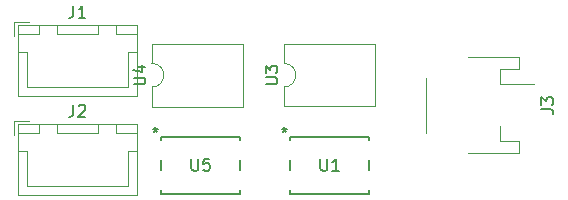
<source format=gbr>
%TF.GenerationSoftware,KiCad,Pcbnew,8.0.2-1*%
%TF.CreationDate,2024-06-03T07:22:45-07:00*%
%TF.ProjectId,H Bridge PCB,48204272-6964-4676-9520-5043422e6b69,rev?*%
%TF.SameCoordinates,Original*%
%TF.FileFunction,Legend,Top*%
%TF.FilePolarity,Positive*%
%FSLAX46Y46*%
G04 Gerber Fmt 4.6, Leading zero omitted, Abs format (unit mm)*
G04 Created by KiCad (PCBNEW 8.0.2-1) date 2024-06-03 07:22:45*
%MOMM*%
%LPD*%
G01*
G04 APERTURE LIST*
%ADD10C,0.150000*%
%ADD11C,0.152400*%
%ADD12C,0.120000*%
G04 APERTURE END LIST*
D10*
X128778095Y-99530819D02*
X128778095Y-100340342D01*
X128778095Y-100340342D02*
X128825714Y-100435580D01*
X128825714Y-100435580D02*
X128873333Y-100483200D01*
X128873333Y-100483200D02*
X128968571Y-100530819D01*
X128968571Y-100530819D02*
X129159047Y-100530819D01*
X129159047Y-100530819D02*
X129254285Y-100483200D01*
X129254285Y-100483200D02*
X129301904Y-100435580D01*
X129301904Y-100435580D02*
X129349523Y-100340342D01*
X129349523Y-100340342D02*
X129349523Y-99530819D01*
X130301904Y-99530819D02*
X129825714Y-99530819D01*
X129825714Y-99530819D02*
X129778095Y-100007009D01*
X129778095Y-100007009D02*
X129825714Y-99959390D01*
X129825714Y-99959390D02*
X129920952Y-99911771D01*
X129920952Y-99911771D02*
X130159047Y-99911771D01*
X130159047Y-99911771D02*
X130254285Y-99959390D01*
X130254285Y-99959390D02*
X130301904Y-100007009D01*
X130301904Y-100007009D02*
X130349523Y-100102247D01*
X130349523Y-100102247D02*
X130349523Y-100340342D01*
X130349523Y-100340342D02*
X130301904Y-100435580D01*
X130301904Y-100435580D02*
X130254285Y-100483200D01*
X130254285Y-100483200D02*
X130159047Y-100530819D01*
X130159047Y-100530819D02*
X129920952Y-100530819D01*
X129920952Y-100530819D02*
X129825714Y-100483200D01*
X129825714Y-100483200D02*
X129778095Y-100435580D01*
X125730000Y-96863819D02*
X125730000Y-97101914D01*
X125491905Y-97006676D02*
X125730000Y-97101914D01*
X125730000Y-97101914D02*
X125968095Y-97006676D01*
X125587143Y-97292390D02*
X125730000Y-97101914D01*
X125730000Y-97101914D02*
X125872857Y-97292390D01*
X125730000Y-96863819D02*
X125730000Y-97101914D01*
X125491905Y-97006676D02*
X125730000Y-97101914D01*
X125730000Y-97101914D02*
X125968095Y-97006676D01*
X125587143Y-97292390D02*
X125730000Y-97101914D01*
X125730000Y-97101914D02*
X125872857Y-97292390D01*
X123885819Y-93217904D02*
X124695342Y-93217904D01*
X124695342Y-93217904D02*
X124790580Y-93170285D01*
X124790580Y-93170285D02*
X124838200Y-93122666D01*
X124838200Y-93122666D02*
X124885819Y-93027428D01*
X124885819Y-93027428D02*
X124885819Y-92836952D01*
X124885819Y-92836952D02*
X124838200Y-92741714D01*
X124838200Y-92741714D02*
X124790580Y-92694095D01*
X124790580Y-92694095D02*
X124695342Y-92646476D01*
X124695342Y-92646476D02*
X123885819Y-92646476D01*
X124219152Y-91741714D02*
X124885819Y-91741714D01*
X123838200Y-91979809D02*
X124552485Y-92217904D01*
X124552485Y-92217904D02*
X124552485Y-91598857D01*
X118792666Y-86565819D02*
X118792666Y-87280104D01*
X118792666Y-87280104D02*
X118745047Y-87422961D01*
X118745047Y-87422961D02*
X118649809Y-87518200D01*
X118649809Y-87518200D02*
X118506952Y-87565819D01*
X118506952Y-87565819D02*
X118411714Y-87565819D01*
X119792666Y-87565819D02*
X119221238Y-87565819D01*
X119506952Y-87565819D02*
X119506952Y-86565819D01*
X119506952Y-86565819D02*
X119411714Y-86708676D01*
X119411714Y-86708676D02*
X119316476Y-86803914D01*
X119316476Y-86803914D02*
X119221238Y-86851533D01*
X118792666Y-94947819D02*
X118792666Y-95662104D01*
X118792666Y-95662104D02*
X118745047Y-95804961D01*
X118745047Y-95804961D02*
X118649809Y-95900200D01*
X118649809Y-95900200D02*
X118506952Y-95947819D01*
X118506952Y-95947819D02*
X118411714Y-95947819D01*
X119221238Y-95043057D02*
X119268857Y-94995438D01*
X119268857Y-94995438D02*
X119364095Y-94947819D01*
X119364095Y-94947819D02*
X119602190Y-94947819D01*
X119602190Y-94947819D02*
X119697428Y-94995438D01*
X119697428Y-94995438D02*
X119745047Y-95043057D01*
X119745047Y-95043057D02*
X119792666Y-95138295D01*
X119792666Y-95138295D02*
X119792666Y-95233533D01*
X119792666Y-95233533D02*
X119745047Y-95376390D01*
X119745047Y-95376390D02*
X119173619Y-95947819D01*
X119173619Y-95947819D02*
X119792666Y-95947819D01*
X158416819Y-95329333D02*
X159131104Y-95329333D01*
X159131104Y-95329333D02*
X159273961Y-95376952D01*
X159273961Y-95376952D02*
X159369200Y-95472190D01*
X159369200Y-95472190D02*
X159416819Y-95615047D01*
X159416819Y-95615047D02*
X159416819Y-95710285D01*
X158416819Y-94948380D02*
X158416819Y-94329333D01*
X158416819Y-94329333D02*
X158797771Y-94662666D01*
X158797771Y-94662666D02*
X158797771Y-94519809D01*
X158797771Y-94519809D02*
X158845390Y-94424571D01*
X158845390Y-94424571D02*
X158893009Y-94376952D01*
X158893009Y-94376952D02*
X158988247Y-94329333D01*
X158988247Y-94329333D02*
X159226342Y-94329333D01*
X159226342Y-94329333D02*
X159321580Y-94376952D01*
X159321580Y-94376952D02*
X159369200Y-94424571D01*
X159369200Y-94424571D02*
X159416819Y-94519809D01*
X159416819Y-94519809D02*
X159416819Y-94805523D01*
X159416819Y-94805523D02*
X159369200Y-94900761D01*
X159369200Y-94900761D02*
X159321580Y-94948380D01*
X135061819Y-93207904D02*
X135871342Y-93207904D01*
X135871342Y-93207904D02*
X135966580Y-93160285D01*
X135966580Y-93160285D02*
X136014200Y-93112666D01*
X136014200Y-93112666D02*
X136061819Y-93017428D01*
X136061819Y-93017428D02*
X136061819Y-92826952D01*
X136061819Y-92826952D02*
X136014200Y-92731714D01*
X136014200Y-92731714D02*
X135966580Y-92684095D01*
X135966580Y-92684095D02*
X135871342Y-92636476D01*
X135871342Y-92636476D02*
X135061819Y-92636476D01*
X135061819Y-92255523D02*
X135061819Y-91636476D01*
X135061819Y-91636476D02*
X135442771Y-91969809D01*
X135442771Y-91969809D02*
X135442771Y-91826952D01*
X135442771Y-91826952D02*
X135490390Y-91731714D01*
X135490390Y-91731714D02*
X135538009Y-91684095D01*
X135538009Y-91684095D02*
X135633247Y-91636476D01*
X135633247Y-91636476D02*
X135871342Y-91636476D01*
X135871342Y-91636476D02*
X135966580Y-91684095D01*
X135966580Y-91684095D02*
X136014200Y-91731714D01*
X136014200Y-91731714D02*
X136061819Y-91826952D01*
X136061819Y-91826952D02*
X136061819Y-92112666D01*
X136061819Y-92112666D02*
X136014200Y-92207904D01*
X136014200Y-92207904D02*
X135966580Y-92255523D01*
X139700095Y-99530819D02*
X139700095Y-100340342D01*
X139700095Y-100340342D02*
X139747714Y-100435580D01*
X139747714Y-100435580D02*
X139795333Y-100483200D01*
X139795333Y-100483200D02*
X139890571Y-100530819D01*
X139890571Y-100530819D02*
X140081047Y-100530819D01*
X140081047Y-100530819D02*
X140176285Y-100483200D01*
X140176285Y-100483200D02*
X140223904Y-100435580D01*
X140223904Y-100435580D02*
X140271523Y-100340342D01*
X140271523Y-100340342D02*
X140271523Y-99530819D01*
X141271523Y-100530819D02*
X140700095Y-100530819D01*
X140985809Y-100530819D02*
X140985809Y-99530819D01*
X140985809Y-99530819D02*
X140890571Y-99673676D01*
X140890571Y-99673676D02*
X140795333Y-99768914D01*
X140795333Y-99768914D02*
X140700095Y-99816533D01*
X136652000Y-96863819D02*
X136652000Y-97101914D01*
X136413905Y-97006676D02*
X136652000Y-97101914D01*
X136652000Y-97101914D02*
X136890095Y-97006676D01*
X136509143Y-97292390D02*
X136652000Y-97101914D01*
X136652000Y-97101914D02*
X136794857Y-97292390D01*
X136652000Y-96863819D02*
X136652000Y-97101914D01*
X136413905Y-97006676D02*
X136652000Y-97101914D01*
X136652000Y-97101914D02*
X136890095Y-97006676D01*
X136509143Y-97292390D02*
X136652000Y-97101914D01*
X136652000Y-97101914D02*
X136794857Y-97292390D01*
D11*
%TO.C,U5*%
X126212600Y-97663000D02*
X126212600Y-97967181D01*
X126212600Y-99644819D02*
X126212600Y-100507181D01*
X126212600Y-102184819D02*
X126212600Y-102489000D01*
X126212600Y-102489000D02*
X132867400Y-102489000D01*
X132867400Y-97663000D02*
X126212600Y-97663000D01*
X132867400Y-97967181D02*
X132867400Y-97663000D01*
X132867400Y-100507181D02*
X132867400Y-99644819D01*
X132867400Y-102489000D02*
X132867400Y-102184819D01*
D12*
%TO.C,U4*%
X125431000Y-89806000D02*
X125431000Y-91456000D01*
X125431000Y-93456000D02*
X125431000Y-95106000D01*
X125431000Y-95106000D02*
X133171000Y-95106000D01*
X133171000Y-89806000D02*
X125431000Y-89806000D01*
X133171000Y-95106000D02*
X133171000Y-89806000D01*
X125431000Y-91456000D02*
G75*
G02*
X125431000Y-93456000I0J-1000000D01*
G01*
%TO.C,J1*%
X113776000Y-87911000D02*
X113776000Y-89161000D01*
X114066000Y-88201000D02*
X114066000Y-94171000D01*
X114066000Y-94171000D02*
X124186000Y-94171000D01*
X114076000Y-88211000D02*
X114076000Y-88961000D01*
X114076000Y-88961000D02*
X115876000Y-88961000D01*
X114076000Y-90461000D02*
X114826000Y-90461000D01*
X114826000Y-90461000D02*
X114826000Y-93411000D01*
X114826000Y-93411000D02*
X119126000Y-93411000D01*
X115026000Y-87911000D02*
X113776000Y-87911000D01*
X115876000Y-88211000D02*
X114076000Y-88211000D01*
X115876000Y-88961000D02*
X115876000Y-88211000D01*
X117376000Y-88211000D02*
X117376000Y-88961000D01*
X117376000Y-88961000D02*
X120876000Y-88961000D01*
X120876000Y-88211000D02*
X117376000Y-88211000D01*
X120876000Y-88961000D02*
X120876000Y-88211000D01*
X122376000Y-88211000D02*
X122376000Y-88961000D01*
X122376000Y-88961000D02*
X124176000Y-88961000D01*
X123426000Y-90461000D02*
X123426000Y-93411000D01*
X123426000Y-93411000D02*
X119126000Y-93411000D01*
X124176000Y-88211000D02*
X122376000Y-88211000D01*
X124176000Y-88961000D02*
X124176000Y-88211000D01*
X124176000Y-90461000D02*
X123426000Y-90461000D01*
X124186000Y-88201000D02*
X114066000Y-88201000D01*
X124186000Y-94171000D02*
X124186000Y-88201000D01*
%TO.C,J2*%
X113776000Y-96293000D02*
X113776000Y-97543000D01*
X114066000Y-96583000D02*
X114066000Y-102553000D01*
X114066000Y-102553000D02*
X124186000Y-102553000D01*
X114076000Y-96593000D02*
X114076000Y-97343000D01*
X114076000Y-97343000D02*
X115876000Y-97343000D01*
X114076000Y-98843000D02*
X114826000Y-98843000D01*
X114826000Y-98843000D02*
X114826000Y-101793000D01*
X114826000Y-101793000D02*
X119126000Y-101793000D01*
X115026000Y-96293000D02*
X113776000Y-96293000D01*
X115876000Y-96593000D02*
X114076000Y-96593000D01*
X115876000Y-97343000D02*
X115876000Y-96593000D01*
X117376000Y-96593000D02*
X117376000Y-97343000D01*
X117376000Y-97343000D02*
X120876000Y-97343000D01*
X120876000Y-96593000D02*
X117376000Y-96593000D01*
X120876000Y-97343000D02*
X120876000Y-96593000D01*
X122376000Y-96593000D02*
X122376000Y-97343000D01*
X122376000Y-97343000D02*
X124176000Y-97343000D01*
X123426000Y-98843000D02*
X123426000Y-101793000D01*
X123426000Y-101793000D02*
X119126000Y-101793000D01*
X124176000Y-96593000D02*
X122376000Y-96593000D01*
X124176000Y-97343000D02*
X124176000Y-96593000D01*
X124176000Y-98843000D02*
X123426000Y-98843000D01*
X124186000Y-96583000D02*
X114066000Y-96583000D01*
X124186000Y-102553000D02*
X124186000Y-96583000D01*
%TO.C,J3*%
X148652000Y-92656000D02*
X148652000Y-97336000D01*
X152222000Y-90936000D02*
X156472000Y-90936000D01*
X152222000Y-99056000D02*
X156472000Y-99056000D01*
X154872000Y-91956000D02*
X154872000Y-93236000D01*
X154872000Y-93236000D02*
X157762000Y-93236000D01*
X154872000Y-98036000D02*
X154872000Y-96756000D01*
X156472000Y-90936000D02*
X156472000Y-91956000D01*
X156472000Y-91956000D02*
X154872000Y-91956000D01*
X156472000Y-98036000D02*
X154872000Y-98036000D01*
X156472000Y-99056000D02*
X156472000Y-98036000D01*
%TO.C,U3*%
X136607000Y-89796000D02*
X136607000Y-91446000D01*
X136607000Y-93446000D02*
X136607000Y-95096000D01*
X136607000Y-95096000D02*
X144347000Y-95096000D01*
X144347000Y-89796000D02*
X136607000Y-89796000D01*
X144347000Y-95096000D02*
X144347000Y-89796000D01*
X136607000Y-91446000D02*
G75*
G02*
X136607000Y-93446000I0J-1000000D01*
G01*
D11*
%TO.C,U1*%
X137134600Y-97663000D02*
X137134600Y-97967181D01*
X137134600Y-99644819D02*
X137134600Y-100507181D01*
X137134600Y-102184819D02*
X137134600Y-102489000D01*
X137134600Y-102489000D02*
X143789400Y-102489000D01*
X143789400Y-97663000D02*
X137134600Y-97663000D01*
X143789400Y-97967181D02*
X143789400Y-97663000D01*
X143789400Y-100507181D02*
X143789400Y-99644819D01*
X143789400Y-102489000D02*
X143789400Y-102184819D01*
%TD*%
M02*

</source>
